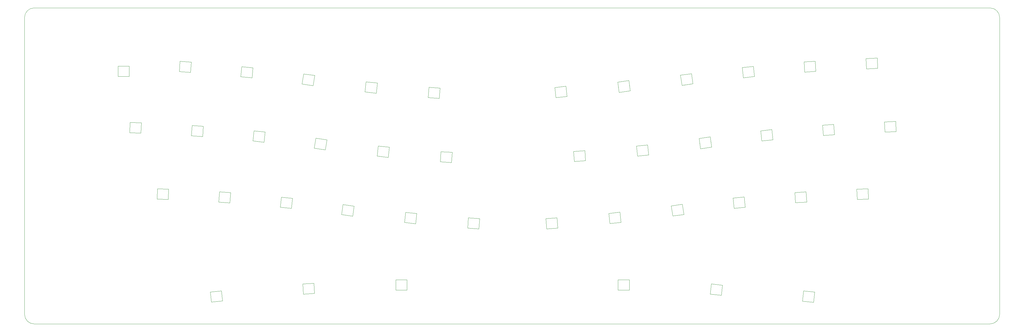
<source format=gbr>
G04 #@! TF.GenerationSoftware,KiCad,Pcbnew,(6.0.10)*
G04 #@! TF.CreationDate,2023-05-22T23:46:38+09:00*
G04 #@! TF.ProjectId,PARALLAX,50415241-4c4c-4415-982e-6b696361645f,rev?*
G04 #@! TF.SameCoordinates,Original*
G04 #@! TF.FileFunction,Profile,NP*
%FSLAX46Y46*%
G04 Gerber Fmt 4.6, Leading zero omitted, Abs format (unit mm)*
G04 Created by KiCad (PCBNEW (6.0.10)) date 2023-05-22 23:46:38*
%MOMM*%
%LPD*%
G01*
G04 APERTURE LIST*
G04 #@! TA.AperFunction,Profile*
%ADD10C,0.100000*%
G04 #@! TD*
G04 #@! TA.AperFunction,Profile*
%ADD11C,0.120000*%
G04 #@! TD*
G04 APERTURE END LIST*
D10*
X320625000Y-17250000D02*
X22275000Y-17250000D01*
X323625000Y-20250000D02*
G75*
G03*
X320625000Y-17250000I-3000000J0D01*
G01*
X19275000Y-20250000D02*
X19275000Y-113050000D01*
X320625000Y-116050000D02*
G75*
G03*
X323625000Y-113050000I0J3000000D01*
G01*
X22275000Y-17250000D02*
G75*
G03*
X19275000Y-20250000I0J-3000000D01*
G01*
X323625000Y-20250000D02*
X323625000Y-113050000D01*
X22275000Y-116050000D02*
X320625000Y-116050000D01*
X19275000Y-113050000D02*
G75*
G03*
X22275000Y-116050000I3000000J0D01*
G01*
D11*
X190633553Y-62062671D02*
X194125027Y-61818524D01*
X194348247Y-65010729D02*
X190856773Y-65254876D01*
X190856773Y-65254876D02*
X190633553Y-62062671D01*
X194125027Y-61818524D02*
X194348247Y-65010729D01*
X138181932Y-81127940D02*
X141662759Y-81493790D01*
X137847441Y-84310410D02*
X138181932Y-81127940D01*
X141662759Y-81493790D02*
X141328268Y-84676260D01*
X141328268Y-84676260D02*
X137847441Y-84310410D01*
X94362559Y-55997090D02*
X94028068Y-59179560D01*
X90881732Y-55631240D02*
X94362559Y-55997090D01*
X94028068Y-59179560D02*
X90547241Y-58813710D01*
X90547241Y-58813710D02*
X90881732Y-55631240D01*
X77596632Y-109217160D02*
X77262141Y-106034690D01*
X80742968Y-105668840D02*
X81077459Y-108851310D01*
X81077459Y-108851310D02*
X77596632Y-109217160D01*
X77262141Y-106034690D02*
X80742968Y-105668840D01*
X71261047Y-34163571D02*
X71037827Y-37355776D01*
X67769573Y-33919424D02*
X71261047Y-34163571D01*
X67546353Y-37111629D02*
X67769573Y-33919424D01*
X71037827Y-37355776D02*
X67546353Y-37111629D01*
X233288441Y-106719610D02*
X233622932Y-103537140D01*
X237103759Y-103902990D02*
X236769268Y-107085460D01*
X233622932Y-103537140D02*
X237103759Y-103902990D01*
X236769268Y-107085460D02*
X233288441Y-106719610D01*
X188584759Y-44906610D02*
X185103932Y-45272460D01*
X188250268Y-41724140D02*
X188584759Y-44906610D01*
X184769441Y-42089990D02*
X188250268Y-41724140D01*
X185103932Y-45272460D02*
X184769441Y-42089990D01*
X109777747Y-106487829D02*
X106286273Y-106731976D01*
X106286273Y-106731976D02*
X106063053Y-103539771D01*
X106063053Y-103539771D02*
X109554527Y-103295624D01*
X109554527Y-103295624D02*
X109777747Y-106487829D01*
X268536673Y-57093476D02*
X268313453Y-53901271D01*
X272028147Y-56849329D02*
X268536673Y-57093476D01*
X271804927Y-53657124D02*
X272028147Y-56849329D01*
X268313453Y-53901271D02*
X271804927Y-53657124D01*
X129315041Y-63565710D02*
X129649532Y-60383240D01*
X133130359Y-60749090D02*
X132795868Y-63931560D01*
X132795868Y-63931560D02*
X129315041Y-63565710D01*
X129649532Y-60383240D02*
X133130359Y-60749090D01*
X259665453Y-74949571D02*
X263156927Y-74705424D01*
X259888673Y-78141776D02*
X259665453Y-74949571D01*
X263380147Y-77897629D02*
X259888673Y-78141776D01*
X263156927Y-74705424D02*
X263380147Y-77897629D01*
X60612527Y-76971451D02*
X60724205Y-73773401D01*
X64110395Y-77093599D02*
X60612527Y-76971451D01*
X60724205Y-73773401D02*
X64222073Y-73895549D01*
X64222073Y-73895549D02*
X64110395Y-77093599D01*
X125527341Y-43497010D02*
X125861832Y-40314540D01*
X129008168Y-43862860D02*
X125527341Y-43497010D01*
X129342659Y-40680390D02*
X129008168Y-43862860D01*
X125861832Y-40314540D02*
X129342659Y-40680390D01*
X80083773Y-74733124D02*
X83575247Y-74977271D01*
X83575247Y-74977271D02*
X83352027Y-78169476D01*
X79860553Y-77925329D02*
X80083773Y-74733124D01*
X83352027Y-78169476D02*
X79860553Y-77925329D01*
X285385195Y-32921501D02*
X285496873Y-36119551D01*
X281999005Y-36241699D02*
X281887327Y-33043649D01*
X281887327Y-33043649D02*
X285385195Y-32921501D01*
X285496873Y-36119551D02*
X281999005Y-36241699D01*
X205060068Y-81087740D02*
X205394559Y-84270210D01*
X201579241Y-81453590D02*
X205060068Y-81087740D01*
X205394559Y-84270210D02*
X201913732Y-84636060D01*
X201913732Y-84636060D02*
X201579241Y-81453590D01*
X118651708Y-78678718D02*
X122117646Y-79165824D01*
X118206354Y-81847576D02*
X118651708Y-78678718D01*
X122117646Y-79165824D02*
X121672292Y-82334682D01*
X121672292Y-82334682D02*
X118206354Y-81847576D01*
X291274273Y-55908551D02*
X287776405Y-56030699D01*
X291162595Y-52710501D02*
X291274273Y-55908551D01*
X287664727Y-52832649D02*
X291162595Y-52710501D01*
X287776405Y-56030699D02*
X287664727Y-52832649D01*
X51930800Y-35440900D02*
X51930800Y-38640900D01*
X48430800Y-38640900D02*
X48430800Y-35440900D01*
X48430800Y-35440900D02*
X51930800Y-35440900D01*
X51930800Y-38640900D02*
X48430800Y-38640900D01*
X224584692Y-78620818D02*
X225030046Y-81789676D01*
X221118754Y-79107924D02*
X224584692Y-78620818D01*
X225030046Y-81789676D02*
X221564108Y-82276782D01*
X221564108Y-82276782D02*
X221118754Y-79107924D01*
X135124200Y-102256600D02*
X138624200Y-102256600D01*
X138624200Y-102256600D02*
X138624200Y-105456600D01*
X135124200Y-105456600D02*
X135124200Y-102256600D01*
X138624200Y-105456600D02*
X135124200Y-105456600D01*
X152730047Y-62394771D02*
X152506827Y-65586976D01*
X149015353Y-65342829D02*
X149238573Y-62150624D01*
X152506827Y-65586976D02*
X149015353Y-65342829D01*
X149238573Y-62150624D02*
X152730047Y-62394771D01*
X145450473Y-42072824D02*
X148941947Y-42316971D01*
X148718727Y-45509176D02*
X145227253Y-45265029D01*
X148941947Y-42316971D02*
X148718727Y-45509176D01*
X145227253Y-45265029D02*
X145450473Y-42072824D01*
X110135008Y-57942118D02*
X113600946Y-58429224D01*
X113600946Y-58429224D02*
X113155592Y-61598082D01*
X113155592Y-61598082D02*
X109689654Y-61110976D01*
X109689654Y-61110976D02*
X110135008Y-57942118D01*
X208280446Y-43120576D02*
X204814508Y-43607682D01*
X204369154Y-40438824D02*
X207835092Y-39951718D01*
X204814508Y-43607682D02*
X204369154Y-40438824D01*
X207835092Y-39951718D02*
X208280446Y-43120576D01*
X161263047Y-83125771D02*
X161039827Y-86317976D01*
X157548353Y-86073829D02*
X157771573Y-82881624D01*
X157771573Y-82881624D02*
X161263047Y-83125771D01*
X161039827Y-86317976D02*
X157548353Y-86073829D01*
X102560868Y-79919760D02*
X99080041Y-79553910D01*
X102895359Y-76737290D02*
X102560868Y-79919760D01*
X99080041Y-79553910D02*
X99414532Y-76371440D01*
X99414532Y-76371440D02*
X102895359Y-76737290D01*
X262375832Y-105714440D02*
X265856659Y-106080290D01*
X262041341Y-108896910D02*
X262375832Y-105714440D01*
X265522168Y-109262760D02*
X262041341Y-108896910D01*
X265856659Y-106080290D02*
X265522168Y-109262760D01*
X214044359Y-63213110D02*
X210563532Y-63578960D01*
X213709868Y-60030640D02*
X214044359Y-63213110D01*
X210563532Y-63578960D02*
X210229041Y-60396490D01*
X210229041Y-60396490D02*
X213709868Y-60030640D01*
X240357041Y-76688590D02*
X243837868Y-76322740D01*
X243837868Y-76322740D02*
X244172359Y-79505210D01*
X240691532Y-79871060D02*
X240357041Y-76688590D01*
X244172359Y-79505210D02*
X240691532Y-79871060D01*
X279024827Y-73884349D02*
X282522695Y-73762201D01*
X282634373Y-76960251D02*
X279136505Y-77082399D01*
X282522695Y-73762201D02*
X282634373Y-76960251D01*
X279136505Y-77082399D02*
X279024827Y-73884349D01*
X233679146Y-60739476D02*
X230213208Y-61226582D01*
X230213208Y-61226582D02*
X229767854Y-58057724D01*
X229767854Y-58057724D02*
X233233792Y-57570618D01*
X233233792Y-57570618D02*
X233679146Y-60739476D01*
X227892946Y-40947076D02*
X224427008Y-41434182D01*
X227447592Y-37778218D02*
X227892946Y-40947076D01*
X224427008Y-41434182D02*
X223981654Y-38265324D01*
X223981654Y-38265324D02*
X227447592Y-37778218D01*
X106333908Y-37861518D02*
X109799846Y-38348624D01*
X105888554Y-41030376D02*
X106333908Y-37861518D01*
X109799846Y-38348624D02*
X109354492Y-41517482D01*
X109354492Y-41517482D02*
X105888554Y-41030376D01*
X204504300Y-105460500D02*
X204504300Y-102260500D01*
X204504300Y-102260500D02*
X208004300Y-102260500D01*
X208004300Y-102260500D02*
X208004300Y-105460500D01*
X208004300Y-105460500D02*
X204504300Y-105460500D01*
X246707468Y-35491740D02*
X247041959Y-38674210D01*
X243226641Y-35857590D02*
X246707468Y-35491740D01*
X247041959Y-38674210D02*
X243561132Y-39040060D01*
X243561132Y-39040060D02*
X243226641Y-35857590D01*
X90562459Y-35926190D02*
X90227968Y-39108660D01*
X86747141Y-38742810D02*
X87081632Y-35560340D01*
X90227968Y-39108660D02*
X86747141Y-38742810D01*
X87081632Y-35560340D02*
X90562459Y-35926190D01*
X262530953Y-34110571D02*
X266022427Y-33866424D01*
X262754173Y-37302776D02*
X262530953Y-34110571D01*
X266022427Y-33866424D02*
X266245647Y-37058629D01*
X266245647Y-37058629D02*
X262754173Y-37302776D01*
X71331453Y-57191029D02*
X71554673Y-53998824D01*
X71554673Y-53998824D02*
X75046147Y-54242971D01*
X75046147Y-54242971D02*
X74822927Y-57435176D01*
X74822927Y-57435176D02*
X71331453Y-57191029D01*
X52203705Y-53039201D02*
X55701573Y-53161349D01*
X55701573Y-53161349D02*
X55589895Y-56359399D01*
X52092027Y-56237251D02*
X52203705Y-53039201D01*
X55589895Y-56359399D02*
X52092027Y-56237251D01*
X252809859Y-58457410D02*
X249329032Y-58823260D01*
X248994541Y-55640790D02*
X252475368Y-55274940D01*
X249329032Y-58823260D02*
X248994541Y-55640790D01*
X252475368Y-55274940D02*
X252809859Y-58457410D01*
X185471227Y-82859124D02*
X185694447Y-86051329D01*
X182202973Y-86295476D02*
X181979753Y-83103271D01*
X185694447Y-86051329D02*
X182202973Y-86295476D01*
X181979753Y-83103271D02*
X185471227Y-82859124D01*
M02*

</source>
